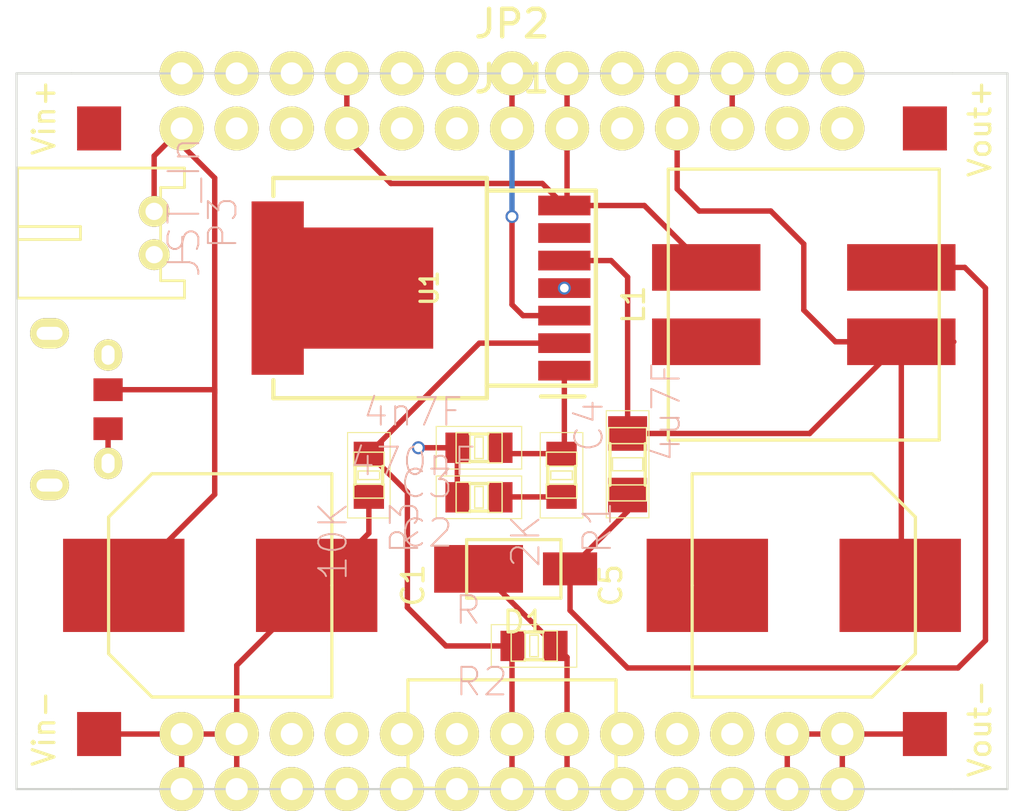
<source format=kicad_pcb>
(kicad_pcb (version 4) (host pcbnew "(2015-06-26 BZR 5832)-product")

  (general
    (links 63)
    (no_connects 23)
    (area 82.960429 82.6802 139.146524 124.3706)
    (thickness 1.6)
    (drawings 16)
    (tracks 92)
    (zones 0)
    (modules 49)
    (nets 33)
  )

  (page A4)
  (layers
    (0 F.Cu signal)
    (31 B.Cu signal)
    (32 B.Adhes user)
    (33 F.Adhes user)
    (34 B.Paste user)
    (35 F.Paste user)
    (36 B.SilkS user)
    (37 F.SilkS user)
    (38 B.Mask user)
    (39 F.Mask user)
    (40 Dwgs.User user)
    (41 Cmts.User user)
    (42 Eco1.User user)
    (43 Eco2.User user)
    (44 Edge.Cuts user)
    (45 Margin user)
    (46 B.CrtYd user)
    (47 F.CrtYd user)
    (48 B.Fab user)
    (49 F.Fab user)
  )

  (setup
    (last_trace_width 0.25)
    (trace_clearance 0.2)
    (zone_clearance 0.508)
    (zone_45_only no)
    (trace_min 0.2)
    (segment_width 0.2)
    (edge_width 0.1)
    (via_size 0.6)
    (via_drill 0.4)
    (via_min_size 0.4)
    (via_min_drill 0.3)
    (uvia_size 0.3)
    (uvia_drill 0.1)
    (uvias_allowed no)
    (uvia_min_size 0.2)
    (uvia_min_drill 0.1)
    (pcb_text_width 0.3)
    (pcb_text_size 1.5 1.5)
    (mod_edge_width 0.15)
    (mod_text_size 1 1)
    (mod_text_width 0.15)
    (pad_size 2.032 2.032)
    (pad_drill 1.016)
    (pad_to_mask_clearance 0)
    (aux_axis_origin 0 0)
    (visible_elements FFFFFF7F)
    (pcbplotparams
      (layerselection 0x00030_80000001)
      (usegerberextensions false)
      (excludeedgelayer true)
      (linewidth 0.100000)
      (plotframeref false)
      (viasonmask false)
      (mode 1)
      (useauxorigin false)
      (hpglpennumber 1)
      (hpglpenspeed 20)
      (hpglpendiameter 15)
      (hpglpenoverlay 2)
      (psnegative false)
      (psa4output false)
      (plotreference true)
      (plotvalue true)
      (plotinvisibletext false)
      (padsonsilk false)
      (subtractmaskfromsilk false)
      (outputformat 1)
      (mirror false)
      (drillshape 1)
      (scaleselection 1)
      (outputdirectory ""))
  )

  (net 0 "")
  (net 1 "Net-(500K1-Pad1)")
  (net 2 "Net-(500K1-Pad2)")
  (net 3 "Net-(500K1-Pad3)")
  (net 4 "Net-(C1-Pad1)")
  (net 5 GND)
  (net 6 "Net-(C2-Pad1)")
  (net 7 "Net-(C3-Pad1)")
  (net 8 "Net-(C4-Pad1)")
  (net 9 "Net-(C4-Pad2)")
  (net 10 "Net-(JP1-Pad2)")
  (net 11 "Net-(P11-Pad1)")
  (net 12 "Net-(U1-Pad6)")
  (net 13 "Net-(JP1-Pad3)")
  (net 14 "Net-(JP1-Pad1)")
  (net 15 "Net-(JP2-Pad1)")
  (net 16 "Net-(500K2-Pad3)")
  (net 17 "Net-(P30-Pad1)")
  (net 18 "Net-(P30-Pad2)")
  (net 19 "Net-(P30-Pad3)")
  (net 20 "Net-(P30-Pad4)")
  (net 21 "Net-(P30-Pad5)")
  (net 22 "Net-(P30-Pad6)")
  (net 23 "Net-(P31-Pad1)")
  (net 24 "Net-(P31-Pad2)")
  (net 25 "Net-(P31-Pad3)")
  (net 26 "Net-(P31-Pad4)")
  (net 27 "Net-(P31-Pad5)")
  (net 28 "Net-(P31-Pad6)")
  (net 29 "Net-(P32-Pad1)")
  (net 30 "Net-(P32-Pad2)")
  (net 31 "Net-(P33-Pad1)")
  (net 32 "Net-(P33-Pad2)")

  (net_class Default "This is the default net class."
    (clearance 0.2)
    (trace_width 0.25)
    (via_dia 0.6)
    (via_drill 0.4)
    (uvia_dia 0.3)
    (uvia_drill 0.1)
    (add_net GND)
    (add_net "Net-(500K1-Pad1)")
    (add_net "Net-(500K1-Pad2)")
    (add_net "Net-(500K1-Pad3)")
    (add_net "Net-(500K2-Pad3)")
    (add_net "Net-(C1-Pad1)")
    (add_net "Net-(C2-Pad1)")
    (add_net "Net-(C3-Pad1)")
    (add_net "Net-(C4-Pad1)")
    (add_net "Net-(C4-Pad2)")
    (add_net "Net-(JP1-Pad1)")
    (add_net "Net-(JP1-Pad2)")
    (add_net "Net-(JP1-Pad3)")
    (add_net "Net-(JP2-Pad1)")
    (add_net "Net-(P11-Pad1)")
    (add_net "Net-(P30-Pad1)")
    (add_net "Net-(P30-Pad2)")
    (add_net "Net-(P30-Pad3)")
    (add_net "Net-(P30-Pad4)")
    (add_net "Net-(P30-Pad5)")
    (add_net "Net-(P30-Pad6)")
    (add_net "Net-(P31-Pad1)")
    (add_net "Net-(P31-Pad2)")
    (add_net "Net-(P31-Pad3)")
    (add_net "Net-(P31-Pad4)")
    (add_net "Net-(P31-Pad5)")
    (add_net "Net-(P31-Pad6)")
    (add_net "Net-(P32-Pad1)")
    (add_net "Net-(P32-Pad2)")
    (add_net "Net-(P33-Pad1)")
    (add_net "Net-(P33-Pad2)")
    (add_net "Net-(U1-Pad6)")
  )

  (module frep:USB_Micro_Load (layer F.Cu) (tedit 569104E9) (tstamp 56946208)
    (at 92.964 101.854 270)
    (path /5690024D)
    (fp_text reference CON1 (at 0 -4.95 270) (layer F.SilkS) hide
      (effects (font (size 1 1) (thickness 0.15)))
    )
    (fp_text value USB-MICRO-LOAD (at 0.05 2.8 270) (layer F.SilkS) hide
      (effects (font (size 1 1) (thickness 0.15)))
    )
    (pad 4 thru_hole oval (at 2.5 -2.7 270) (size 1.45 1.3) (drill oval 0.9 0.6) (layers *.Cu *.Mask F.SilkS)
      (net 5 GND))
    (pad 3 thru_hole oval (at -2.5 -2.7 270) (size 1.45 1.3) (drill oval 0.9 0.6) (layers *.Cu *.Mask F.SilkS)
      (net 5 GND))
    (pad 2 smd rect (at 0.9 -2.7 270) (size 1.05 1.35) (layers F.Cu F.Paste F.Mask)
      (net 5 GND))
    (pad 1 smd rect (at -0.9 -2.7 270) (size 1.05 1.35) (layers F.Cu F.Paste F.Mask)
      (net 4 "Net-(C1-Pad1)"))
    (pad 6 thru_hole oval (at 3.5 0 270) (size 1.4 1.8) (drill oval 0.6 1.2) (layers *.Cu *.Mask F.SilkS)
      (net 5 GND))
    (pad 5 thru_hole oval (at -3.5 0 270) (size 1.4 1.8) (drill oval 0.6 1.2) (layers *.Cu *.Mask F.SilkS)
      (net 5 GND))
  )

  (module frep:Trimmer (layer F.Cu) (tedit 56902D3C) (tstamp 569D20C7)
    (at 114.3 119.38 180)
    (descr "1 pin")
    (tags "CONN DEV")
    (path /56906635)
    (fp_text reference 500K2 (at 0 -3.8 180) (layer F.SilkS) hide
      (effects (font (size 1.27 1.27) (thickness 0.2032)))
    )
    (fp_text value POT (at 0 3.9 180) (layer F.SilkS) hide
      (effects (font (size 1.27 1.27) (thickness 0.2032)))
    )
    (pad 1 thru_hole circle (at -2.54 0 180) (size 2.032 2.032) (drill 1.016) (layers *.Cu *.Mask F.SilkS)
      (net 1 "Net-(500K1-Pad1)"))
    (pad 2 thru_hole circle (at 0 0 180) (size 2.032 2.032) (drill 1.016) (layers *.Cu *.Mask F.SilkS)
      (net 2 "Net-(500K1-Pad2)"))
    (pad 3 thru_hole circle (at 2.54 0 180) (size 2.032 2.032) (drill 1.016) (layers *.Cu *.Mask F.SilkS)
      (net 16 "Net-(500K2-Pad3)"))
    (model Pin_Headers/Pin_Header_Straight_1x03.wrl
      (at (xyz 0 0 0))
      (scale (xyz 1 1 1))
      (rotate (xyz 0 0 0))
    )
  )

  (module frep:Trimmer (layer F.Cu) (tedit 56902D67) (tstamp 568C12B1)
    (at 114.3 116.84 180)
    (descr "1 pin")
    (tags "CONN DEV")
    (path /55EA1D69)
    (fp_text reference 500K1 (at 0 -3.8 180) (layer F.SilkS) hide
      (effects (font (size 1.27 1.27) (thickness 0.2032)))
    )
    (fp_text value POT (at 0 3.9 180) (layer F.SilkS) hide
      (effects (font (size 1.27 1.27) (thickness 0.2032)))
    )
    (fp_line (start 4.8 2.5) (end 4.8 0) (layer F.SilkS) (width 0.15))
    (fp_line (start 4.8 0) (end 4.8 -2.5) (layer F.SilkS) (width 0.15))
    (fp_line (start 4.8 -2.5) (end -4.8 -2.5) (layer F.SilkS) (width 0.15))
    (fp_line (start -4.8 -2.5) (end -4.8 2.5) (layer F.SilkS) (width 0.15))
    (fp_line (start -4.8 2.5) (end 4.8 2.5) (layer F.SilkS) (width 0.15))
    (pad 1 thru_hole circle (at -2.54 0 180) (size 2.032 2.032) (drill 1.016) (layers *.Cu *.Mask F.SilkS)
      (net 1 "Net-(500K1-Pad1)"))
    (pad 2 thru_hole circle (at 0 0 180) (size 2.032 2.032) (drill 1.016) (layers *.Cu *.Mask F.SilkS)
      (net 2 "Net-(500K1-Pad2)"))
    (pad 3 thru_hole circle (at 2.54 0 180) (size 2.032 2.032) (drill 1.016) (layers *.Cu *.Mask F.SilkS)
      (net 3 "Net-(500K1-Pad3)"))
    (model Pin_Headers/Pin_Header_Straight_1x03.wrl
      (at (xyz 0 0 0))
      (scale (xyz 1 1 1))
      (rotate (xyz 0 0 0))
    )
  )

  (module frep:Pin_Proto_Straight_1x03 (layer F.Cu) (tedit 56902F86) (tstamp 568D808C)
    (at 114.3 88.9)
    (descr "1 pin")
    (tags "CONN DEV")
    (path /568D7241)
    (fp_text reference JP1 (at 0 -2.286) (layer F.SilkS)
      (effects (font (size 1.27 1.27) (thickness 0.2032)))
    )
    (fp_text value JUMPER3 (at 0 0) (layer F.SilkS) hide
      (effects (font (size 1.27 1.27) (thickness 0.2032)))
    )
    (pad 1 thru_hole circle (at -2.54 0) (size 2.032 2.032) (drill 1.016) (layers *.Cu *.Mask F.SilkS)
      (net 14 "Net-(JP1-Pad1)"))
    (pad 2 thru_hole circle (at 0 0) (size 2.032 2.032) (drill 1.016) (layers *.Cu *.Mask F.SilkS)
      (net 10 "Net-(JP1-Pad2)"))
    (pad 3 thru_hole circle (at 2.54 0) (size 2.032 2.032) (drill 1.016) (layers *.Cu *.Mask F.SilkS)
      (net 13 "Net-(JP1-Pad3)"))
    (model Pin_Headers/Pin_Header_Straight_1x03.wrl
      (at (xyz 0 0 0))
      (scale (xyz 1 1 1))
      (rotate (xyz 0 0 0))
    )
  )

  (module frep:Cap_Nichicon (layer F.Cu) (tedit 56910505) (tstamp 568C12B7)
    (at 100.838 109.982 90)
    (path /55E5C0E0)
    (fp_text reference C1 (at 0 8.9 90) (layer F.SilkS)
      (effects (font (size 1 1) (thickness 0.15)))
    )
    (fp_text value 100uF (at 0.1 -8.8 90) (layer F.Fab) hide
      (effects (font (size 1 1) (thickness 0.15)))
    )
    (fp_line (start 0 5.15) (end -5.15 5.15) (layer F.SilkS) (width 0.15))
    (fp_line (start -5.15 5.15) (end -5.15 -3.15) (layer F.SilkS) (width 0.15))
    (fp_line (start -5.15 -3.15) (end -3.15 -5.15) (layer F.SilkS) (width 0.15))
    (fp_line (start -3.15 -5.15) (end 3.15 -5.15) (layer F.SilkS) (width 0.15))
    (fp_line (start 3.15 -5.15) (end 5.15 -3.15) (layer F.SilkS) (width 0.15))
    (fp_line (start 5.15 -3.15) (end 5.15 5.15) (layer F.SilkS) (width 0.15))
    (fp_line (start 5.15 5.15) (end 0 5.15) (layer F.SilkS) (width 0.15))
    (pad 1 smd rect (at 0 -4.45 90) (size 4.3 5.6) (layers F.Cu F.Paste F.Mask)
      (net 4 "Net-(C1-Pad1)"))
    (pad 2 smd rect (at 0 4.45 90) (size 4.3 5.6) (layers F.Cu F.Paste F.Mask)
      (net 5 GND))
  )

  (module frep:C0805 (layer F.Cu) (tedit 0) (tstamp 568C12BD)
    (at 112.776 105.918 180)
    (descr RESISTOR)
    (tags RESISTOR)
    (path /55E5C14B)
    (attr smd)
    (fp_text reference C2 (at 2.413 -1.651 180) (layer B.SilkS)
      (effects (font (size 1.27 1.27) (thickness 0.0889)))
    )
    (fp_text value 470nF (at 3.048 1.651 180) (layer B.SilkS)
      (effects (font (size 1.27 1.27) (thickness 0.0889)))
    )
    (fp_line (start 0.4064 0.6985) (end 1.0541 0.6985) (layer F.SilkS) (width 0.06604))
    (fp_line (start 1.0541 0.6985) (end 1.0541 -0.70104) (layer F.SilkS) (width 0.06604))
    (fp_line (start 0.4064 -0.70104) (end 1.0541 -0.70104) (layer F.SilkS) (width 0.06604))
    (fp_line (start 0.4064 0.6985) (end 0.4064 -0.70104) (layer F.SilkS) (width 0.06604))
    (fp_line (start -1.0668 0.6985) (end -0.41656 0.6985) (layer F.SilkS) (width 0.06604))
    (fp_line (start -0.41656 0.6985) (end -0.41656 -0.70104) (layer F.SilkS) (width 0.06604))
    (fp_line (start -1.0668 -0.70104) (end -0.41656 -0.70104) (layer F.SilkS) (width 0.06604))
    (fp_line (start -1.0668 0.6985) (end -1.0668 -0.70104) (layer F.SilkS) (width 0.06604))
    (fp_line (start -0.19812 0.49784) (end 0.19812 0.49784) (layer F.SilkS) (width 0.06604))
    (fp_line (start 0.19812 0.49784) (end 0.19812 -0.49784) (layer F.SilkS) (width 0.06604))
    (fp_line (start -0.19812 -0.49784) (end 0.19812 -0.49784) (layer F.SilkS) (width 0.06604))
    (fp_line (start -0.19812 0.49784) (end -0.19812 -0.49784) (layer F.SilkS) (width 0.06604))
    (fp_line (start -0.40894 -0.635) (end 0.40894 -0.635) (layer F.SilkS) (width 0.1524))
    (fp_line (start -0.40894 0.635) (end 0.40894 0.635) (layer F.SilkS) (width 0.1524))
    (fp_line (start -1.97104 -0.98298) (end 1.97104 -0.98298) (layer F.SilkS) (width 0.0508))
    (fp_line (start 1.97104 -0.98298) (end 1.97104 0.98298) (layer F.SilkS) (width 0.0508))
    (fp_line (start 1.97104 0.98298) (end -1.97104 0.98298) (layer F.SilkS) (width 0.0508))
    (fp_line (start -1.97104 0.98298) (end -1.97104 -0.98298) (layer F.SilkS) (width 0.0508))
    (pad 1 smd rect (at -0.99822 0 180) (size 1.09982 1.39954) (layers F.Cu F.Paste F.Mask)
      (net 6 "Net-(C2-Pad1)"))
    (pad 2 smd rect (at 0.99822 0 180) (size 1.09982 1.39954) (layers F.Cu F.Paste F.Mask)
      (net 5 GND))
  )

  (module frep:C0805 (layer F.Cu) (tedit 0) (tstamp 568C12C3)
    (at 112.776 103.632 180)
    (descr RESISTOR)
    (tags RESISTOR)
    (path /55E5C1E5)
    (attr smd)
    (fp_text reference C3 (at 2.413 -1.651 180) (layer B.SilkS)
      (effects (font (size 1.27 1.27) (thickness 0.0889)))
    )
    (fp_text value 4n7F (at 3.048 1.651 180) (layer B.SilkS)
      (effects (font (size 1.27 1.27) (thickness 0.0889)))
    )
    (fp_line (start 0.4064 0.6985) (end 1.0541 0.6985) (layer F.SilkS) (width 0.06604))
    (fp_line (start 1.0541 0.6985) (end 1.0541 -0.70104) (layer F.SilkS) (width 0.06604))
    (fp_line (start 0.4064 -0.70104) (end 1.0541 -0.70104) (layer F.SilkS) (width 0.06604))
    (fp_line (start 0.4064 0.6985) (end 0.4064 -0.70104) (layer F.SilkS) (width 0.06604))
    (fp_line (start -1.0668 0.6985) (end -0.41656 0.6985) (layer F.SilkS) (width 0.06604))
    (fp_line (start -0.41656 0.6985) (end -0.41656 -0.70104) (layer F.SilkS) (width 0.06604))
    (fp_line (start -1.0668 -0.70104) (end -0.41656 -0.70104) (layer F.SilkS) (width 0.06604))
    (fp_line (start -1.0668 0.6985) (end -1.0668 -0.70104) (layer F.SilkS) (width 0.06604))
    (fp_line (start -0.19812 0.49784) (end 0.19812 0.49784) (layer F.SilkS) (width 0.06604))
    (fp_line (start 0.19812 0.49784) (end 0.19812 -0.49784) (layer F.SilkS) (width 0.06604))
    (fp_line (start -0.19812 -0.49784) (end 0.19812 -0.49784) (layer F.SilkS) (width 0.06604))
    (fp_line (start -0.19812 0.49784) (end -0.19812 -0.49784) (layer F.SilkS) (width 0.06604))
    (fp_line (start -0.40894 -0.635) (end 0.40894 -0.635) (layer F.SilkS) (width 0.1524))
    (fp_line (start -0.40894 0.635) (end 0.40894 0.635) (layer F.SilkS) (width 0.1524))
    (fp_line (start -1.97104 -0.98298) (end 1.97104 -0.98298) (layer F.SilkS) (width 0.0508))
    (fp_line (start 1.97104 -0.98298) (end 1.97104 0.98298) (layer F.SilkS) (width 0.0508))
    (fp_line (start 1.97104 0.98298) (end -1.97104 0.98298) (layer F.SilkS) (width 0.0508))
    (fp_line (start -1.97104 0.98298) (end -1.97104 -0.98298) (layer F.SilkS) (width 0.0508))
    (pad 1 smd rect (at -0.99822 0 180) (size 1.09982 1.39954) (layers F.Cu F.Paste F.Mask)
      (net 7 "Net-(C3-Pad1)"))
    (pad 2 smd rect (at 0.99822 0 180) (size 1.09982 1.39954) (layers F.Cu F.Paste F.Mask)
      (net 5 GND))
  )

  (module frep:R1206 (layer F.Cu) (tedit 0) (tstamp 568C12C9)
    (at 119.634 104.394 90)
    (descr RESISTOR)
    (tags RESISTOR)
    (path /55E5C17C)
    (attr smd)
    (fp_text reference C4 (at 1.778 -1.778 90) (layer B.SilkS)
      (effects (font (size 1.27 1.27) (thickness 0.0889)))
    )
    (fp_text value 4u7F (at 2.413 1.778 90) (layer B.SilkS)
      (effects (font (size 1.27 1.27) (thickness 0.0889)))
    )
    (fp_line (start -1.6891 0.8763) (end -0.9525 0.8763) (layer F.SilkS) (width 0.06604))
    (fp_line (start -0.9525 0.8763) (end -0.9525 -0.8763) (layer F.SilkS) (width 0.06604))
    (fp_line (start -1.6891 -0.8763) (end -0.9525 -0.8763) (layer F.SilkS) (width 0.06604))
    (fp_line (start -1.6891 0.8763) (end -1.6891 -0.8763) (layer F.SilkS) (width 0.06604))
    (fp_line (start 0.9525 0.8763) (end 1.6891 0.8763) (layer F.SilkS) (width 0.06604))
    (fp_line (start 1.6891 0.8763) (end 1.6891 -0.8763) (layer F.SilkS) (width 0.06604))
    (fp_line (start 0.9525 -0.8763) (end 1.6891 -0.8763) (layer F.SilkS) (width 0.06604))
    (fp_line (start 0.9525 0.8763) (end 0.9525 -0.8763) (layer F.SilkS) (width 0.06604))
    (fp_line (start -0.29972 0.6985) (end 0.29972 0.6985) (layer F.SilkS) (width 0.06604))
    (fp_line (start 0.29972 0.6985) (end 0.29972 -0.6985) (layer F.SilkS) (width 0.06604))
    (fp_line (start -0.29972 -0.6985) (end 0.29972 -0.6985) (layer F.SilkS) (width 0.06604))
    (fp_line (start -0.29972 0.6985) (end -0.29972 -0.6985) (layer F.SilkS) (width 0.06604))
    (fp_line (start 0.9525 0.8128) (end -0.9652 0.8128) (layer F.SilkS) (width 0.1524))
    (fp_line (start 0.9525 -0.8128) (end -0.9652 -0.8128) (layer F.SilkS) (width 0.1524))
    (fp_line (start -2.47142 -0.98298) (end 2.47142 -0.98298) (layer F.SilkS) (width 0.0508))
    (fp_line (start 2.47142 -0.98298) (end 2.47142 0.98298) (layer F.SilkS) (width 0.0508))
    (fp_line (start 2.47142 0.98298) (end -2.47142 0.98298) (layer F.SilkS) (width 0.0508))
    (fp_line (start -2.47142 0.98298) (end -2.47142 -0.98298) (layer F.SilkS) (width 0.0508))
    (pad 1 smd rect (at -1.41986 0 90) (size 1.59766 1.80086) (layers F.Cu F.Paste F.Mask)
      (net 8 "Net-(C4-Pad1)"))
    (pad 2 smd rect (at 1.41986 0 90) (size 1.59766 1.80086) (layers F.Cu F.Paste F.Mask)
      (net 9 "Net-(C4-Pad2)"))
  )

  (module frep:Cap_Nichicon (layer F.Cu) (tedit 569108CE) (tstamp 568C12CF)
    (at 127.762 109.982 270)
    (path /55EA3021)
    (fp_text reference C5 (at 0 8.9 270) (layer F.SilkS)
      (effects (font (size 1 1) (thickness 0.15)))
    )
    (fp_text value 100uF (at 0.1 -8.8 270) (layer F.Fab) hide
      (effects (font (size 1 1) (thickness 0.15)))
    )
    (fp_line (start 0 5.15) (end -5.15 5.15) (layer F.SilkS) (width 0.15))
    (fp_line (start -5.15 5.15) (end -5.15 -3.15) (layer F.SilkS) (width 0.15))
    (fp_line (start -5.15 -3.15) (end -3.15 -5.15) (layer F.SilkS) (width 0.15))
    (fp_line (start -3.15 -5.15) (end 3.15 -5.15) (layer F.SilkS) (width 0.15))
    (fp_line (start 3.15 -5.15) (end 5.15 -3.15) (layer F.SilkS) (width 0.15))
    (fp_line (start 5.15 -3.15) (end 5.15 5.15) (layer F.SilkS) (width 0.15))
    (fp_line (start 5.15 5.15) (end 0 5.15) (layer F.SilkS) (width 0.15))
    (pad 1 smd rect (at 0 -4.45 270) (size 4.3 5.6) (layers F.Cu F.Paste F.Mask)
      (net 9 "Net-(C4-Pad2)"))
    (pad 2 smd rect (at 0 4.45 270) (size 4.3 5.6) (layers F.Cu F.Paste F.Mask)
      (net 5 GND))
  )

  (module frep:DO-221BC (layer F.Cu) (tedit 569108D5) (tstamp 568C12E2)
    (at 114.808 109.22)
    (path /55E5C3D8)
    (fp_text reference D1 (at 0.05 2.45) (layer F.SilkS)
      (effects (font (size 1 1) (thickness 0.15)))
    )
    (fp_text value V8PAN50-M3 (at 0 -2.3) (layer F.Fab) hide
      (effects (font (size 1 1) (thickness 0.15)))
    )
    (fp_line (start -2.5 1.35) (end -2.6 1.35) (layer F.SilkS) (width 0.15))
    (fp_line (start -2.6 1.35) (end -2.6 -1.35) (layer F.SilkS) (width 0.15))
    (fp_line (start -2.6 -1.35) (end 1.75 -1.35) (layer F.SilkS) (width 0.15))
    (fp_line (start 1.75 -1.35) (end 1.75 1.35) (layer F.SilkS) (width 0.15))
    (fp_line (start 1.75 1.35) (end -2.55 1.35) (layer F.SilkS) (width 0.15))
    (pad 1 smd rect (at 2.17 0) (size 2.5 1.52) (layers F.Cu F.Paste F.Mask)
      (net 8 "Net-(C4-Pad1)"))
    (pad 2 smd rect (at -2.05 0) (size 4.1 2.2) (layers F.Cu F.Paste F.Mask)
      (net 1 "Net-(500K1-Pad1)"))
  )

  (module frep:InductorsCoupled (layer F.Cu) (tedit 5691090E) (tstamp 568C12F0)
    (at 127.762 97.028 270)
    (path /55E85F67)
    (fp_text reference L1 (at 0 7.85 270) (layer F.SilkS)
      (effects (font (size 1 1) (thickness 0.15)))
    )
    (fp_text value 22uH (at 0 -7.9 270) (layer F.Fab) hide
      (effects (font (size 1 1) (thickness 0.15)))
    )
    (fp_line (start 6.25 -6.25) (end -6.25 -6.25) (layer F.SilkS) (width 0.15))
    (fp_line (start -6.25 -6.25) (end -6.25 6.25) (layer F.SilkS) (width 0.15))
    (fp_line (start -6.25 6.25) (end 6.25 6.25) (layer F.SilkS) (width 0.15))
    (fp_line (start 6.25 6.25) (end 6.25 -6.25) (layer F.SilkS) (width 0.15))
    (pad 1 smd rect (at 1.715 -4.5 270) (size 2.15 5) (layers F.Cu F.Paste F.Mask)
      (net 9 "Net-(C4-Pad2)"))
    (pad 2 smd rect (at -1.715 -4.5 270) (size 2.15 5) (layers F.Cu F.Paste F.Mask)
      (net 8 "Net-(C4-Pad1)"))
    (pad 3 smd rect (at -1.715 4.5 270) (size 2.15 5) (layers F.Cu F.Paste F.Mask)
      (net 13 "Net-(JP1-Pad3)"))
    (pad 4 smd rect (at 1.715 4.5 270) (size 2.15 5) (layers F.Cu F.Paste F.Mask)
      (net 5 GND))
  )

  (module frep:Pin_Proto_Straight_1x01 (layer F.Cu) (tedit 56910877) (tstamp 568C12FA)
    (at 99.06 116.84)
    (descr "1 pin")
    (tags "CONN DEV")
    (path /55E86C63)
    (fp_text reference P2 (at 0 -2.286) (layer F.SilkS) hide
      (effects (font (size 1.27 1.27) (thickness 0.2032)))
    )
    (fp_text value GND (at 0 0) (layer F.SilkS) hide
      (effects (font (size 1.27 1.27) (thickness 0.2032)))
    )
    (pad 1 thru_hole circle (at 0 0) (size 2.032 2.032) (drill 1.016) (layers *.Cu *.Mask F.SilkS)
      (net 5 GND))
    (model Pin_Headers/Pin_Header_Straight_1x01.wrl
      (at (xyz 0 0 0))
      (scale (xyz 1 1 1))
      (rotate (xyz 0 0 0))
    )
  )

  (module frep:JST-PH-2-THM-RA (layer F.Cu) (tedit 55EDE04C) (tstamp 568C1300)
    (at 97.79 93.726 90)
    (descr S2B-PH-K-S)
    (tags S2B-PH-K-S)
    (path /55E5C565)
    (attr virtual)
    (fp_text reference P3 (at 0.47498 3.16484 90) (layer B.SilkS)
      (effects (font (size 1.27 1.27) (thickness 0.0889)))
    )
    (fp_text value JST_In (at 1.19634 1.3843 90) (layer B.SilkS)
      (effects (font (size 1.4224 1.4224) (thickness 0.0889)))
    )
    (fp_line (start -2.99974 -6.2992) (end 2.99974 -6.2992) (layer F.SilkS) (width 0.127))
    (fp_line (start 2.99974 -6.2992) (end 2.99974 1.39954) (layer F.SilkS) (width 0.127))
    (fp_line (start -2.99974 1.39954) (end -2.99974 -6.2992) (layer F.SilkS) (width 0.127))
    (fp_line (start -2.19964 1.39954) (end -2.99974 1.39954) (layer F.SilkS) (width 0.127))
    (fp_line (start 2.99974 1.39954) (end 2.19964 1.39954) (layer F.SilkS) (width 0.127))
    (fp_line (start -2.19964 1.39954) (end -2.19964 0.29972) (layer F.SilkS) (width 0.127))
    (fp_line (start -2.19964 0.29972) (end 2.09804 0.29972) (layer F.SilkS) (width 0.127))
    (fp_line (start 2.09804 0.29972) (end 2.09804 1.39954) (layer F.SilkS) (width 0.127))
    (fp_line (start 2.09804 1.39954) (end 2.19964 1.39954) (layer F.SilkS) (width 0.127))
    (fp_line (start -0.29972 -6.2992) (end -0.29972 -3.39852) (layer F.SilkS) (width 0.127))
    (fp_line (start -0.29972 -3.39852) (end 0.29972 -3.39852) (layer F.SilkS) (width 0.127))
    (fp_line (start 0.29972 -3.39852) (end 0.29972 -6.2992) (layer F.SilkS) (width 0.127))
    (fp_text user - (at -0.71628 1.18364 90) (layer B.SilkS)
      (effects (font (size 1.4224 1.4224) (thickness 0.0889)))
    )
    (pad 2 thru_hole circle (at 0.99822 0 90) (size 1.4224 1.4224) (drill 0.79756) (layers *.Cu F.Paste F.SilkS F.Mask)
      (net 4 "Net-(C1-Pad1)"))
    (pad 1 thru_hole circle (at -0.99822 0 90) (size 1.4224 1.4224) (drill 0.79756) (layers *.Cu F.Paste F.SilkS F.Mask)
      (net 5 GND))
  )

  (module frep:Pin_Proto_Straight_1x01 (layer F.Cu) (tedit 5691094D) (tstamp 568C130A)
    (at 104.14 88.9)
    (descr "1 pin")
    (tags "CONN DEV")
    (path /55EAD541)
    (fp_text reference P5 (at 0 -2.286) (layer F.SilkS) hide
      (effects (font (size 1.27 1.27) (thickness 0.2032)))
    )
    (fp_text value V_in+ (at 0 0) (layer F.SilkS) hide
      (effects (font (size 1.27 1.27) (thickness 0.2032)))
    )
    (pad 1 thru_hole circle (at 0 0) (size 2.032 2.032) (drill 1.016) (layers *.Cu *.Mask F.SilkS)
      (net 4 "Net-(C1-Pad1)"))
    (model Pin_Headers/Pin_Header_Straight_1x01.wrl
      (at (xyz 0 0 0))
      (scale (xyz 1 1 1))
      (rotate (xyz 0 0 0))
    )
  )

  (module frep:Pin_Proto_Straight_1x01 (layer F.Cu) (tedit 56910956) (tstamp 568C130F)
    (at 106.68 88.9)
    (descr "1 pin")
    (tags "CONN DEV")
    (path /55EAD5A6)
    (fp_text reference P6 (at 0 -2.286) (layer F.SilkS) hide
      (effects (font (size 1.27 1.27) (thickness 0.2032)))
    )
    (fp_text value V_in- (at 0 0) (layer F.SilkS) hide
      (effects (font (size 1.27 1.27) (thickness 0.2032)))
    )
    (pad 1 thru_hole circle (at 0 0) (size 2.032 2.032) (drill 1.016) (layers *.Cu *.Mask F.SilkS)
      (net 13 "Net-(JP1-Pad3)"))
    (model Pin_Headers/Pin_Header_Straight_1x01.wrl
      (at (xyz 0 0 0))
      (scale (xyz 1 1 1))
      (rotate (xyz 0 0 0))
    )
  )

  (module frep:Pin_Proto_Straight_1x01 (layer F.Cu) (tedit 56910998) (tstamp 568C1323)
    (at 121.92 88.9)
    (descr "1 pin")
    (tags "CONN DEV")
    (path /55EAD60A)
    (fp_text reference P10 (at 0 -2.286) (layer F.SilkS) hide
      (effects (font (size 1.27 1.27) (thickness 0.2032)))
    )
    (fp_text value V_out+ (at 0 0) (layer F.SilkS) hide
      (effects (font (size 1.27 1.27) (thickness 0.2032)))
    )
    (pad 1 thru_hole circle (at 0 0) (size 2.032 2.032) (drill 1.016) (layers *.Cu *.Mask F.SilkS)
      (net 9 "Net-(C4-Pad2)"))
    (model Pin_Headers/Pin_Header_Straight_1x01.wrl
      (at (xyz 0 0 0))
      (scale (xyz 1 1 1))
      (rotate (xyz 0 0 0))
    )
  )

  (module frep:Pin_Proto_Straight_1x01 (layer F.Cu) (tedit 569109A1) (tstamp 568C1328)
    (at 124.46 88.9)
    (descr "1 pin")
    (tags "CONN DEV")
    (path /55EAD688)
    (fp_text reference P11 (at 0 -2.286) (layer F.SilkS) hide
      (effects (font (size 1.27 1.27) (thickness 0.2032)))
    )
    (fp_text value V_out- (at 0 0) (layer F.SilkS) hide
      (effects (font (size 1.27 1.27) (thickness 0.2032)))
    )
    (pad 1 thru_hole circle (at 0 0) (size 2.032 2.032) (drill 1.016) (layers *.Cu *.Mask F.SilkS)
      (net 11 "Net-(P11-Pad1)"))
    (model Pin_Headers/Pin_Header_Straight_1x01.wrl
      (at (xyz 0 0 0))
      (scale (xyz 1 1 1))
      (rotate (xyz 0 0 0))
    )
  )

  (module frep:R0805 (layer F.Cu) (tedit 0) (tstamp 568C1347)
    (at 116.586 104.902 270)
    (descr RESISTOR)
    (tags RESISTOR)
    (path /55E5C20B)
    (attr smd)
    (fp_text reference R1 (at 2.413 -1.651 270) (layer B.SilkS)
      (effects (font (size 1.27 1.27) (thickness 0.0889)))
    )
    (fp_text value 2K (at 3.048 1.651 270) (layer B.SilkS)
      (effects (font (size 1.27 1.27) (thickness 0.0889)))
    )
    (fp_line (start 0.4064 0.6985) (end 1.0541 0.6985) (layer F.SilkS) (width 0.06604))
    (fp_line (start 1.0541 0.6985) (end 1.0541 -0.70104) (layer F.SilkS) (width 0.06604))
    (fp_line (start 0.4064 -0.70104) (end 1.0541 -0.70104) (layer F.SilkS) (width 0.06604))
    (fp_line (start 0.4064 0.6985) (end 0.4064 -0.70104) (layer F.SilkS) (width 0.06604))
    (fp_line (start -1.0668 0.6985) (end -0.41656 0.6985) (layer F.SilkS) (width 0.06604))
    (fp_line (start -0.41656 0.6985) (end -0.41656 -0.70104) (layer F.SilkS) (width 0.06604))
    (fp_line (start -1.0668 -0.70104) (end -0.41656 -0.70104) (layer F.SilkS) (width 0.06604))
    (fp_line (start -1.0668 0.6985) (end -1.0668 -0.70104) (layer F.SilkS) (width 0.06604))
    (fp_line (start -0.19812 0.49784) (end 0.19812 0.49784) (layer F.SilkS) (width 0.06604))
    (fp_line (start 0.19812 0.49784) (end 0.19812 -0.49784) (layer F.SilkS) (width 0.06604))
    (fp_line (start -0.19812 -0.49784) (end 0.19812 -0.49784) (layer F.SilkS) (width 0.06604))
    (fp_line (start -0.19812 0.49784) (end -0.19812 -0.49784) (layer F.SilkS) (width 0.06604))
    (fp_line (start -0.40894 -0.635) (end 0.40894 -0.635) (layer F.SilkS) (width 0.1524))
    (fp_line (start -0.40894 0.635) (end 0.40894 0.635) (layer F.SilkS) (width 0.1524))
    (fp_line (start -1.97104 -0.98298) (end 1.97104 -0.98298) (layer F.SilkS) (width 0.0508))
    (fp_line (start 1.97104 -0.98298) (end 1.97104 0.98298) (layer F.SilkS) (width 0.0508))
    (fp_line (start 1.97104 0.98298) (end -1.97104 0.98298) (layer F.SilkS) (width 0.0508))
    (fp_line (start -1.97104 0.98298) (end -1.97104 -0.98298) (layer F.SilkS) (width 0.0508))
    (pad 1 smd rect (at -0.99822 0 270) (size 1.09982 1.39954) (layers F.Cu F.Paste F.Mask)
      (net 7 "Net-(C3-Pad1)"))
    (pad 2 smd rect (at 0.99822 0 270) (size 1.09982 1.39954) (layers F.Cu F.Paste F.Mask)
      (net 6 "Net-(C2-Pad1)"))
  )

  (module frep:R0805 (layer F.Cu) (tedit 0) (tstamp 568C134D)
    (at 115.316 112.776 180)
    (descr RESISTOR)
    (tags RESISTOR)
    (path /55E5C269)
    (attr smd)
    (fp_text reference R2 (at 2.413 -1.651 180) (layer B.SilkS)
      (effects (font (size 1.27 1.27) (thickness 0.0889)))
    )
    (fp_text value R (at 3.048 1.651 180) (layer B.SilkS)
      (effects (font (size 1.27 1.27) (thickness 0.0889)))
    )
    (fp_line (start 0.4064 0.6985) (end 1.0541 0.6985) (layer F.SilkS) (width 0.06604))
    (fp_line (start 1.0541 0.6985) (end 1.0541 -0.70104) (layer F.SilkS) (width 0.06604))
    (fp_line (start 0.4064 -0.70104) (end 1.0541 -0.70104) (layer F.SilkS) (width 0.06604))
    (fp_line (start 0.4064 0.6985) (end 0.4064 -0.70104) (layer F.SilkS) (width 0.06604))
    (fp_line (start -1.0668 0.6985) (end -0.41656 0.6985) (layer F.SilkS) (width 0.06604))
    (fp_line (start -0.41656 0.6985) (end -0.41656 -0.70104) (layer F.SilkS) (width 0.06604))
    (fp_line (start -1.0668 -0.70104) (end -0.41656 -0.70104) (layer F.SilkS) (width 0.06604))
    (fp_line (start -1.0668 0.6985) (end -1.0668 -0.70104) (layer F.SilkS) (width 0.06604))
    (fp_line (start -0.19812 0.49784) (end 0.19812 0.49784) (layer F.SilkS) (width 0.06604))
    (fp_line (start 0.19812 0.49784) (end 0.19812 -0.49784) (layer F.SilkS) (width 0.06604))
    (fp_line (start -0.19812 -0.49784) (end 0.19812 -0.49784) (layer F.SilkS) (width 0.06604))
    (fp_line (start -0.19812 0.49784) (end -0.19812 -0.49784) (layer F.SilkS) (width 0.06604))
    (fp_line (start -0.40894 -0.635) (end 0.40894 -0.635) (layer F.SilkS) (width 0.1524))
    (fp_line (start -0.40894 0.635) (end 0.40894 0.635) (layer F.SilkS) (width 0.1524))
    (fp_line (start -1.97104 -0.98298) (end 1.97104 -0.98298) (layer F.SilkS) (width 0.0508))
    (fp_line (start 1.97104 -0.98298) (end 1.97104 0.98298) (layer F.SilkS) (width 0.0508))
    (fp_line (start 1.97104 0.98298) (end -1.97104 0.98298) (layer F.SilkS) (width 0.0508))
    (fp_line (start -1.97104 0.98298) (end -1.97104 -0.98298) (layer F.SilkS) (width 0.0508))
    (pad 1 smd rect (at -0.99822 0 180) (size 1.09982 1.39954) (layers F.Cu F.Paste F.Mask)
      (net 1 "Net-(500K1-Pad1)"))
    (pad 2 smd rect (at 0.99822 0 180) (size 1.09982 1.39954) (layers F.Cu F.Paste F.Mask)
      (net 2 "Net-(500K1-Pad2)"))
  )

  (module frep:R0805 (layer F.Cu) (tedit 0) (tstamp 568C1353)
    (at 107.696 104.902 270)
    (descr RESISTOR)
    (tags RESISTOR)
    (path /55E5C2B0)
    (attr smd)
    (fp_text reference R3 (at 2.413 -1.651 270) (layer B.SilkS)
      (effects (font (size 1.27 1.27) (thickness 0.0889)))
    )
    (fp_text value 10K (at 3.048 1.651 270) (layer B.SilkS)
      (effects (font (size 1.27 1.27) (thickness 0.0889)))
    )
    (fp_line (start 0.4064 0.6985) (end 1.0541 0.6985) (layer F.SilkS) (width 0.06604))
    (fp_line (start 1.0541 0.6985) (end 1.0541 -0.70104) (layer F.SilkS) (width 0.06604))
    (fp_line (start 0.4064 -0.70104) (end 1.0541 -0.70104) (layer F.SilkS) (width 0.06604))
    (fp_line (start 0.4064 0.6985) (end 0.4064 -0.70104) (layer F.SilkS) (width 0.06604))
    (fp_line (start -1.0668 0.6985) (end -0.41656 0.6985) (layer F.SilkS) (width 0.06604))
    (fp_line (start -0.41656 0.6985) (end -0.41656 -0.70104) (layer F.SilkS) (width 0.06604))
    (fp_line (start -1.0668 -0.70104) (end -0.41656 -0.70104) (layer F.SilkS) (width 0.06604))
    (fp_line (start -1.0668 0.6985) (end -1.0668 -0.70104) (layer F.SilkS) (width 0.06604))
    (fp_line (start -0.19812 0.49784) (end 0.19812 0.49784) (layer F.SilkS) (width 0.06604))
    (fp_line (start 0.19812 0.49784) (end 0.19812 -0.49784) (layer F.SilkS) (width 0.06604))
    (fp_line (start -0.19812 -0.49784) (end 0.19812 -0.49784) (layer F.SilkS) (width 0.06604))
    (fp_line (start -0.19812 0.49784) (end -0.19812 -0.49784) (layer F.SilkS) (width 0.06604))
    (fp_line (start -0.40894 -0.635) (end 0.40894 -0.635) (layer F.SilkS) (width 0.1524))
    (fp_line (start -0.40894 0.635) (end 0.40894 0.635) (layer F.SilkS) (width 0.1524))
    (fp_line (start -1.97104 -0.98298) (end 1.97104 -0.98298) (layer F.SilkS) (width 0.0508))
    (fp_line (start 1.97104 -0.98298) (end 1.97104 0.98298) (layer F.SilkS) (width 0.0508))
    (fp_line (start 1.97104 0.98298) (end -1.97104 0.98298) (layer F.SilkS) (width 0.0508))
    (fp_line (start -1.97104 0.98298) (end -1.97104 -0.98298) (layer F.SilkS) (width 0.0508))
    (pad 1 smd rect (at -0.99822 0 270) (size 1.09982 1.39954) (layers F.Cu F.Paste F.Mask)
      (net 2 "Net-(500K1-Pad2)"))
    (pad 2 smd rect (at 0.99822 0 270) (size 1.09982 1.39954) (layers F.Cu F.Paste F.Mask)
      (net 5 GND))
  )

  (module frep:TO-263-7 (layer F.Cu) (tedit 5529E1F2) (tstamp 568C136C)
    (at 110.49 96.266 90)
    (path /55E9EB78)
    (fp_text reference U1 (at 0 0 90) (layer F.SilkS)
      (effects (font (size 0.8 0.8) (thickness 0.15)))
    )
    (fp_text value LT1370 (at 0 0 90) (layer F.Fab)
      (effects (font (size 0.8 0.8) (thickness 0.15)))
    )
    (fp_line (start 4.25 -7.45) (end 4.25 -8.5) (layer F.CrtYd) (width 0.2))
    (fp_line (start 4.25 -8.5) (end -4.25 -8.5) (layer F.CrtYd) (width 0.2))
    (fp_line (start -4.25 -8.5) (end -4.25 -7.45) (layer F.CrtYd) (width 0.2))
    (fp_line (start 4.25 -7.45) (end 5.33 -7.45) (layer F.CrtYd) (width 0.2))
    (fp_line (start -5.33 -7.45) (end -4.25 -7.45) (layer F.CrtYd) (width 0.2))
    (fp_line (start 4.25 -7.2) (end 5.08 -7.2) (layer F.SilkS) (width 0.2))
    (fp_line (start -5 7.15) (end -5 5.15) (layer F.SilkS) (width 0.2))
    (fp_line (start -4.5 2.65) (end -4.5 7.68) (layer F.SilkS) (width 0.2))
    (fp_line (start -4.5 7.68) (end 4.5 7.68) (layer F.SilkS) (width 0.2))
    (fp_line (start 4.5 7.68) (end 4.5 2.65) (layer F.SilkS) (width 0.2))
    (fp_line (start 5.08 -7.2) (end 5.08 2.65) (layer F.SilkS) (width 0.2))
    (fp_line (start 5.08 2.65) (end -5.08 2.65) (layer F.SilkS) (width 0.2))
    (fp_line (start -5.08 2.65) (end -5.08 -7.2) (layer F.SilkS) (width 0.2))
    (fp_line (start -5.08 -7.2) (end -4.25 -7.2) (layer F.SilkS) (width 0.2))
    (fp_line (start 5.33 -7.45) (end 5.33 7.68) (layer F.CrtYd) (width 0.2))
    (fp_line (start 5.33 7.68) (end -5.33 7.68) (layer F.CrtYd) (width 0.2))
    (fp_line (start -5.33 7.68) (end -5.33 -7.45) (layer F.CrtYd) (width 0.2))
    (fp_line (start -5.08 -7.2) (end 5.08 -7.2) (layer F.Fab) (width 0.2))
    (fp_line (start 5.08 -7.2) (end 5.08 2.65) (layer F.Fab) (width 0.2))
    (fp_line (start 5.08 2.65) (end -5.08 2.65) (layer F.Fab) (width 0.2))
    (fp_line (start -5.08 2.65) (end -5.08 -7.2) (layer F.Fab) (width 0.2))
    (pad 8 smd rect (at 0 -3 90) (size 5.59 6.35) (layers F.Cu F.Paste F.Mask)
      (net 5 GND))
    (pad 1 smd rect (at -3.81 6.225 90) (size 0.91 2.41) (layers F.Cu F.Paste F.Mask)
      (net 7 "Net-(C3-Pad1)"))
    (pad 2 smd rect (at -2.54 6.225 90) (size 0.91 2.41) (layers F.Cu F.Paste F.Mask)
      (net 2 "Net-(500K1-Pad2)"))
    (pad 3 smd rect (at -1.27 6.225 90) (size 0.91 2.41) (layers F.Cu F.Paste F.Mask)
      (net 10 "Net-(JP1-Pad2)"))
    (pad 4 smd rect (at 0 6.225 90) (size 0.91 2.41) (layers F.Cu F.Paste F.Mask)
      (net 5 GND))
    (pad 5 smd rect (at 1.27 6.225 90) (size 0.91 2.41) (layers F.Cu F.Paste F.Mask)
      (net 9 "Net-(C4-Pad2)"))
    (pad 6 smd rect (at 2.54 6.225 90) (size 0.91 2.41) (layers F.Cu F.Paste F.Mask)
      (net 12 "Net-(U1-Pad6)"))
    (pad 7 smd rect (at 3.81 6.225 90) (size 0.91 2.41) (layers F.Cu F.Paste F.Mask)
      (net 13 "Net-(JP1-Pad3)"))
    (pad 8 smd rect (at 0 -7 90) (size 8 2.41) (layers F.Cu F.Paste F.Mask)
      (net 5 GND))
    (model smd_trans/d2-pak-7.wrl
      (at (xyz 0 0 0))
      (scale (xyz 1 1 1))
      (rotate (xyz 0 0 0))
    )
  )

  (module frep:Pin_Proto_Straight_1x03 (layer F.Cu) (tedit 56902F7F) (tstamp 569AEF70)
    (at 114.3 86.36)
    (descr "1 pin")
    (tags "CONN DEV")
    (path /569041F7)
    (fp_text reference JP2 (at 0 -2.286) (layer F.SilkS)
      (effects (font (size 1.27 1.27) (thickness 0.2032)))
    )
    (fp_text value JUMPER3 (at 0 0) (layer F.SilkS) hide
      (effects (font (size 1.27 1.27) (thickness 0.2032)))
    )
    (pad 1 thru_hole circle (at -2.54 0) (size 2.032 2.032) (drill 1.016) (layers *.Cu *.Mask F.SilkS)
      (net 15 "Net-(JP2-Pad1)"))
    (pad 2 thru_hole circle (at 0 0) (size 2.032 2.032) (drill 1.016) (layers *.Cu *.Mask F.SilkS)
      (net 10 "Net-(JP1-Pad2)"))
    (pad 3 thru_hole circle (at 2.54 0) (size 2.032 2.032) (drill 1.016) (layers *.Cu *.Mask F.SilkS)
      (net 13 "Net-(JP1-Pad3)"))
    (model Pin_Headers/Pin_Header_Straight_1x03.wrl
      (at (xyz 0 0 0))
      (scale (xyz 1 1 1))
      (rotate (xyz 0 0 0))
    )
  )

  (module frep:SMD_SOLDERPOINT (layer F.Cu) (tedit 56910926) (tstamp 569AEF71)
    (at 95.25 88.9)
    (path /55E5C52C)
    (fp_text reference P1 (at 0 2.55) (layer F.SilkS) hide
      (effects (font (size 1 1) (thickness 0.15)))
    )
    (fp_text value V_in+ (at 0 -2.55) (layer F.Fab) hide
      (effects (font (size 1 1) (thickness 0.15)))
    )
    (pad 1 smd rect (at 0 0) (size 2.032 2.032) (layers F.Cu F.Paste F.Mask)
      (net 4 "Net-(C1-Pad1)"))
  )

  (module frep:Pin_Proto_Straight_1x01 (layer F.Cu) (tedit 5691093B) (tstamp 569AEF79)
    (at 99.06 88.9)
    (descr "1 pin")
    (tags "CONN DEV")
    (path /5690215E)
    (fp_text reference P4 (at 0 -2.286) (layer F.SilkS) hide
      (effects (font (size 1.27 1.27) (thickness 0.2032)))
    )
    (fp_text value V_in+ (at 0 0) (layer F.SilkS) hide
      (effects (font (size 1.27 1.27) (thickness 0.2032)))
    )
    (pad 1 thru_hole circle (at 0 0) (size 2.032 2.032) (drill 1.016) (layers *.Cu *.Mask F.SilkS)
      (net 4 "Net-(C1-Pad1)"))
    (model Pin_Headers/Pin_Header_Straight_1x01.wrl
      (at (xyz 0 0 0))
      (scale (xyz 1 1 1))
      (rotate (xyz 0 0 0))
    )
  )

  (module frep:Pin_Proto_Straight_1x01 (layer F.Cu) (tedit 56910945) (tstamp 569AEF7E)
    (at 101.6 88.9)
    (descr "1 pin")
    (tags "CONN DEV")
    (path /56901F77)
    (fp_text reference P7 (at 0 -2.286) (layer F.SilkS) hide
      (effects (font (size 1.27 1.27) (thickness 0.2032)))
    )
    (fp_text value V_in+ (at 0 0) (layer F.SilkS) hide
      (effects (font (size 1.27 1.27) (thickness 0.2032)))
    )
    (pad 1 thru_hole circle (at 0 0) (size 2.032 2.032) (drill 1.016) (layers *.Cu *.Mask F.SilkS)
      (net 4 "Net-(C1-Pad1)"))
    (model Pin_Headers/Pin_Header_Straight_1x01.wrl
      (at (xyz 0 0 0))
      (scale (xyz 1 1 1))
      (rotate (xyz 0 0 0))
    )
  )

  (module frep:SMD_SOLDERPOINT (layer F.Cu) (tedit 5691091A) (tstamp 569AEF7F)
    (at 133.35 88.9)
    (path /55E875C6)
    (fp_text reference P8 (at 0 2.55) (layer F.SilkS) hide
      (effects (font (size 1 1) (thickness 0.15)))
    )
    (fp_text value V_out+ (at 0 -2.55) (layer F.Fab) hide
      (effects (font (size 1 1) (thickness 0.15)))
    )
    (pad 1 smd rect (at 0 0) (size 2.032 2.032) (layers F.Cu F.Paste F.Mask)
      (net 11 "Net-(P11-Pad1)"))
  )

  (module frep:SMD_SOLDERPOINT (layer F.Cu) (tedit 569108B9) (tstamp 569AEF83)
    (at 133.35 116.84)
    (path /55E87638)
    (fp_text reference P9 (at 0 2.55) (layer F.SilkS) hide
      (effects (font (size 1 1) (thickness 0.15)))
    )
    (fp_text value GND (at 0 -2.55) (layer F.Fab) hide
      (effects (font (size 1 1) (thickness 0.15)))
    )
    (pad 1 smd rect (at 0 0) (size 2.032 2.032) (layers F.Cu F.Paste F.Mask)
      (net 5 GND))
  )

  (module frep:Pin_Proto_Straight_1x01 (layer F.Cu) (tedit 5691087D) (tstamp 569AEF8B)
    (at 101.6 116.84)
    (descr "1 pin")
    (tags "CONN DEV")
    (path /569022AB)
    (fp_text reference P12 (at 0 -2.286) (layer F.SilkS) hide
      (effects (font (size 1.27 1.27) (thickness 0.2032)))
    )
    (fp_text value GND (at 0 0) (layer F.SilkS) hide
      (effects (font (size 1.27 1.27) (thickness 0.2032)))
    )
    (pad 1 thru_hole circle (at 0 0) (size 2.032 2.032) (drill 1.016) (layers *.Cu *.Mask F.SilkS)
      (net 5 GND))
    (model Pin_Headers/Pin_Header_Straight_1x01.wrl
      (at (xyz 0 0 0))
      (scale (xyz 1 1 1))
      (rotate (xyz 0 0 0))
    )
  )

  (module frep:Pin_Proto_Straight_1x01 (layer F.Cu) (tedit 56910881) (tstamp 569AEF90)
    (at 101.6 119.38)
    (descr "1 pin")
    (tags "CONN DEV")
    (path /56902317)
    (fp_text reference P13 (at 0 -2.286) (layer F.SilkS) hide
      (effects (font (size 1.27 1.27) (thickness 0.2032)))
    )
    (fp_text value GND (at 0 0) (layer F.SilkS) hide
      (effects (font (size 1.27 1.27) (thickness 0.2032)))
    )
    (pad 1 thru_hole circle (at 0 0) (size 2.032 2.032) (drill 1.016) (layers *.Cu *.Mask F.SilkS)
      (net 5 GND))
    (model Pin_Headers/Pin_Header_Straight_1x01.wrl
      (at (xyz 0 0 0))
      (scale (xyz 1 1 1))
      (rotate (xyz 0 0 0))
    )
  )

  (module frep:SMD_SOLDERPOINT (layer F.Cu) (tedit 56910869) (tstamp 569AEF95)
    (at 95.25 116.84)
    (path /56902388)
    (fp_text reference P14 (at 0 2.55) (layer F.SilkS) hide
      (effects (font (size 1 1) (thickness 0.15)))
    )
    (fp_text value GND (at 0 -2.55) (layer F.Fab) hide
      (effects (font (size 1 1) (thickness 0.15)))
    )
    (pad 1 smd rect (at 0 0) (size 2.032 2.032) (layers F.Cu F.Paste F.Mask)
      (net 5 GND))
  )

  (module frep:Pin_Proto_Straight_1x01 (layer F.Cu) (tedit 5691092F) (tstamp 569AEF9A)
    (at 99.06 86.36)
    (descr "1 pin")
    (tags "CONN DEV")
    (path /56902242)
    (fp_text reference P15 (at 0 -2.286) (layer F.SilkS) hide
      (effects (font (size 1.27 1.27) (thickness 0.2032)))
    )
    (fp_text value V_in+ (at 0 0) (layer F.SilkS) hide
      (effects (font (size 1.27 1.27) (thickness 0.2032)))
    )
    (pad 1 thru_hole circle (at 0 0) (size 2.032 2.032) (drill 1.016) (layers *.Cu *.Mask F.SilkS)
      (net 4 "Net-(C1-Pad1)"))
    (model Pin_Headers/Pin_Header_Straight_1x01.wrl
      (at (xyz 0 0 0))
      (scale (xyz 1 1 1))
      (rotate (xyz 0 0 0))
    )
  )

  (module frep:Pin_Proto_Straight_1x01 (layer F.Cu) (tedit 5691093F) (tstamp 569AEF9F)
    (at 101.6 86.36)
    (descr "1 pin")
    (tags "CONN DEV")
    (path /569021DC)
    (fp_text reference P16 (at 0 -2.286) (layer F.SilkS) hide
      (effects (font (size 1.27 1.27) (thickness 0.2032)))
    )
    (fp_text value V_in+ (at 0 0) (layer F.SilkS) hide
      (effects (font (size 1.27 1.27) (thickness 0.2032)))
    )
    (pad 1 thru_hole circle (at 0 0) (size 2.032 2.032) (drill 1.016) (layers *.Cu *.Mask F.SilkS)
      (net 4 "Net-(C1-Pad1)"))
    (model Pin_Headers/Pin_Header_Straight_1x01.wrl
      (at (xyz 0 0 0))
      (scale (xyz 1 1 1))
      (rotate (xyz 0 0 0))
    )
  )

  (module frep:Pin_Proto_Straight_1x01 (layer F.Cu) (tedit 569108A1) (tstamp 569AEFA4)
    (at 127 116.84)
    (descr "1 pin")
    (tags "CONN DEV")
    (path /56901FDC)
    (fp_text reference P17 (at 0 -2.286) (layer F.SilkS) hide
      (effects (font (size 1.27 1.27) (thickness 0.2032)))
    )
    (fp_text value GND (at 0 0) (layer F.SilkS) hide
      (effects (font (size 1.27 1.27) (thickness 0.2032)))
    )
    (pad 1 thru_hole circle (at 0 0) (size 2.032 2.032) (drill 1.016) (layers *.Cu *.Mask F.SilkS)
      (net 5 GND))
    (model Pin_Headers/Pin_Header_Straight_1x01.wrl
      (at (xyz 0 0 0))
      (scale (xyz 1 1 1))
      (rotate (xyz 0 0 0))
    )
  )

  (module frep:Pin_Proto_Straight_1x01 (layer F.Cu) (tedit 56910949) (tstamp 569AEFA9)
    (at 104.14 86.36)
    (descr "1 pin")
    (tags "CONN DEV")
    (path /569030B0)
    (fp_text reference P18 (at 0 -2.286) (layer F.SilkS) hide
      (effects (font (size 1.27 1.27) (thickness 0.2032)))
    )
    (fp_text value V_in+ (at 0 0) (layer F.SilkS) hide
      (effects (font (size 1.27 1.27) (thickness 0.2032)))
    )
    (pad 1 thru_hole circle (at 0 0) (size 2.032 2.032) (drill 1.016) (layers *.Cu *.Mask F.SilkS)
      (net 4 "Net-(C1-Pad1)"))
    (model Pin_Headers/Pin_Header_Straight_1x01.wrl
      (at (xyz 0 0 0))
      (scale (xyz 1 1 1))
      (rotate (xyz 0 0 0))
    )
  )

  (module frep:Pin_Proto_Straight_1x01 (layer F.Cu) (tedit 56910951) (tstamp 569AEFAE)
    (at 106.68 86.36)
    (descr "1 pin")
    (tags "CONN DEV")
    (path /56903148)
    (fp_text reference P19 (at 0 -2.286) (layer F.SilkS) hide
      (effects (font (size 1.27 1.27) (thickness 0.2032)))
    )
    (fp_text value V_in- (at 0 0) (layer F.SilkS) hide
      (effects (font (size 1.27 1.27) (thickness 0.2032)))
    )
    (pad 1 thru_hole circle (at 0 0) (size 2.032 2.032) (drill 1.016) (layers *.Cu *.Mask F.SilkS)
      (net 13 "Net-(JP1-Pad3)"))
    (model Pin_Headers/Pin_Header_Straight_1x01.wrl
      (at (xyz 0 0 0))
      (scale (xyz 1 1 1))
      (rotate (xyz 0 0 0))
    )
  )

  (module frep:Pin_Proto_Straight_1x01 (layer F.Cu) (tedit 56910992) (tstamp 569AEFB3)
    (at 121.92 86.36)
    (descr "1 pin")
    (tags "CONN DEV")
    (path /56904661)
    (fp_text reference P20 (at 0 -2.286) (layer F.SilkS) hide
      (effects (font (size 1.27 1.27) (thickness 0.2032)))
    )
    (fp_text value V_out+ (at 0 0) (layer F.SilkS) hide
      (effects (font (size 1.27 1.27) (thickness 0.2032)))
    )
    (pad 1 thru_hole circle (at 0 0) (size 2.032 2.032) (drill 1.016) (layers *.Cu *.Mask F.SilkS)
      (net 9 "Net-(C4-Pad2)"))
    (model Pin_Headers/Pin_Header_Straight_1x01.wrl
      (at (xyz 0 0 0))
      (scale (xyz 1 1 1))
      (rotate (xyz 0 0 0))
    )
  )

  (module frep:Pin_Proto_Straight_1x01 (layer F.Cu) (tedit 569109A5) (tstamp 569AEFB8)
    (at 127 86.36)
    (descr "1 pin")
    (tags "CONN DEV")
    (path /5690476A)
    (fp_text reference P21 (at 0 -2.286) (layer F.SilkS) hide
      (effects (font (size 1.27 1.27) (thickness 0.2032)))
    )
    (fp_text value V_out- (at 0 0) (layer F.SilkS) hide
      (effects (font (size 1.27 1.27) (thickness 0.2032)))
    )
    (pad 1 thru_hole circle (at 0 0) (size 2.032 2.032) (drill 1.016) (layers *.Cu *.Mask F.SilkS)
      (net 11 "Net-(P11-Pad1)"))
    (model Pin_Headers/Pin_Header_Straight_1x01.wrl
      (at (xyz 0 0 0))
      (scale (xyz 1 1 1))
      (rotate (xyz 0 0 0))
    )
  )

  (module frep:Pin_Proto_Straight_1x01 (layer F.Cu) (tedit 569109AF) (tstamp 569AEFBD)
    (at 129.54 86.36)
    (descr "1 pin")
    (tags "CONN DEV")
    (path /56904B29)
    (fp_text reference P22 (at 0 -2.286) (layer F.SilkS) hide
      (effects (font (size 1.27 1.27) (thickness 0.2032)))
    )
    (fp_text value V_out+ (at 0 0) (layer F.SilkS) hide
      (effects (font (size 1.27 1.27) (thickness 0.2032)))
    )
    (pad 1 thru_hole circle (at 0 0) (size 2.032 2.032) (drill 1.016) (layers *.Cu *.Mask F.SilkS)
      (net 11 "Net-(P11-Pad1)"))
    (model Pin_Headers/Pin_Header_Straight_1x01.wrl
      (at (xyz 0 0 0))
      (scale (xyz 1 1 1))
      (rotate (xyz 0 0 0))
    )
  )

  (module frep:Pin_Proto_Straight_1x01 (layer F.Cu) (tedit 5691099B) (tstamp 569AEFC2)
    (at 124.46 86.36)
    (descr "1 pin")
    (tags "CONN DEV")
    (path /56904A9C)
    (fp_text reference P23 (at 0 -2.286) (layer F.SilkS) hide
      (effects (font (size 1.27 1.27) (thickness 0.2032)))
    )
    (fp_text value V_out+ (at 0 0) (layer F.SilkS) hide
      (effects (font (size 1.27 1.27) (thickness 0.2032)))
    )
    (pad 1 thru_hole circle (at 0 0) (size 2.032 2.032) (drill 1.016) (layers *.Cu *.Mask F.SilkS)
      (net 11 "Net-(P11-Pad1)"))
    (model Pin_Headers/Pin_Header_Straight_1x01.wrl
      (at (xyz 0 0 0))
      (scale (xyz 1 1 1))
      (rotate (xyz 0 0 0))
    )
  )

  (module frep:Pin_Proto_Straight_1x01 (layer F.Cu) (tedit 569108AA) (tstamp 569AEFC7)
    (at 129.54 119.38)
    (descr "1 pin")
    (tags "CONN DEV")
    (path /56905387)
    (fp_text reference P24 (at 0 -2.286) (layer F.SilkS) hide
      (effects (font (size 1.27 1.27) (thickness 0.2032)))
    )
    (fp_text value GND (at 0 0) (layer F.SilkS) hide
      (effects (font (size 1.27 1.27) (thickness 0.2032)))
    )
    (pad 1 thru_hole circle (at 0 0) (size 2.032 2.032) (drill 1.016) (layers *.Cu *.Mask F.SilkS)
      (net 5 GND))
    (model Pin_Headers/Pin_Header_Straight_1x01.wrl
      (at (xyz 0 0 0))
      (scale (xyz 1 1 1))
      (rotate (xyz 0 0 0))
    )
  )

  (module frep:Pin_Proto_Straight_1x01 (layer F.Cu) (tedit 569108A6) (tstamp 569AEFCC)
    (at 127 119.38)
    (descr "1 pin")
    (tags "CONN DEV")
    (path /56905425)
    (fp_text reference P25 (at 0 -2.286) (layer F.SilkS) hide
      (effects (font (size 1.27 1.27) (thickness 0.2032)))
    )
    (fp_text value GND (at 0 0) (layer F.SilkS) hide
      (effects (font (size 1.27 1.27) (thickness 0.2032)))
    )
    (pad 1 thru_hole circle (at 0 0) (size 2.032 2.032) (drill 1.016) (layers *.Cu *.Mask F.SilkS)
      (net 5 GND))
    (model Pin_Headers/Pin_Header_Straight_1x01.wrl
      (at (xyz 0 0 0))
      (scale (xyz 1 1 1))
      (rotate (xyz 0 0 0))
    )
  )

  (module frep:Pin_Proto_Straight_1x01 (layer F.Cu) (tedit 569109B4) (tstamp 569AEFD1)
    (at 129.54 88.9)
    (descr "1 pin")
    (tags "CONN DEV")
    (path /56904CF9)
    (fp_text reference P26 (at 0 -2.286) (layer F.SilkS) hide
      (effects (font (size 1.27 1.27) (thickness 0.2032)))
    )
    (fp_text value V_out+ (at 0 0) (layer F.SilkS) hide
      (effects (font (size 1.27 1.27) (thickness 0.2032)))
    )
    (pad 1 thru_hole circle (at 0 0) (size 2.032 2.032) (drill 1.016) (layers *.Cu *.Mask F.SilkS)
      (net 11 "Net-(P11-Pad1)"))
    (model Pin_Headers/Pin_Header_Straight_1x01.wrl
      (at (xyz 0 0 0))
      (scale (xyz 1 1 1))
      (rotate (xyz 0 0 0))
    )
  )

  (module frep:Pin_Proto_Straight_1x01 (layer F.Cu) (tedit 569109AB) (tstamp 569AEFD6)
    (at 127 88.9)
    (descr "1 pin")
    (tags "CONN DEV")
    (path /56904C65)
    (fp_text reference P27 (at 0 -2.286) (layer F.SilkS) hide
      (effects (font (size 1.27 1.27) (thickness 0.2032)))
    )
    (fp_text value V_out+ (at 0 0) (layer F.SilkS) hide
      (effects (font (size 1.27 1.27) (thickness 0.2032)))
    )
    (pad 1 thru_hole circle (at 0 0) (size 2.032 2.032) (drill 1.016) (layers *.Cu *.Mask F.SilkS)
      (net 11 "Net-(P11-Pad1)"))
    (model Pin_Headers/Pin_Header_Straight_1x01.wrl
      (at (xyz 0 0 0))
      (scale (xyz 1 1 1))
      (rotate (xyz 0 0 0))
    )
  )

  (module frep:Pin_Proto_Straight_1x01 (layer F.Cu) (tedit 56910871) (tstamp 569AEFDB)
    (at 99.06 119.38)
    (descr "1 pin")
    (tags "CONN DEV")
    (path /569052F4)
    (fp_text reference P28 (at 0 -2.286) (layer F.SilkS) hide
      (effects (font (size 1.27 1.27) (thickness 0.2032)))
    )
    (fp_text value GND (at 0 0) (layer F.SilkS) hide
      (effects (font (size 1.27 1.27) (thickness 0.2032)))
    )
    (pad 1 thru_hole circle (at 0 0) (size 2.032 2.032) (drill 1.016) (layers *.Cu *.Mask F.SilkS)
      (net 5 GND))
    (model Pin_Headers/Pin_Header_Straight_1x01.wrl
      (at (xyz 0 0 0))
      (scale (xyz 1 1 1))
      (rotate (xyz 0 0 0))
    )
  )

  (module frep:Pin_Proto_Straight_1x01 (layer F.Cu) (tedit 569108B0) (tstamp 569AEFE0)
    (at 129.54 116.84)
    (descr "1 pin")
    (tags "CONN DEV")
    (path /56905264)
    (fp_text reference P29 (at 0 -2.286) (layer F.SilkS) hide
      (effects (font (size 1.27 1.27) (thickness 0.2032)))
    )
    (fp_text value GND (at 0 0) (layer F.SilkS) hide
      (effects (font (size 1.27 1.27) (thickness 0.2032)))
    )
    (pad 1 thru_hole circle (at 0 0) (size 2.032 2.032) (drill 1.016) (layers *.Cu *.Mask F.SilkS)
      (net 5 GND))
    (model Pin_Headers/Pin_Header_Straight_1x01.wrl
      (at (xyz 0 0 0))
      (scale (xyz 1 1 1))
      (rotate (xyz 0 0 0))
    )
  )

  (module frep:Pin_Proto_Straight_2x03 (layer F.Cu) (tedit 56910888) (tstamp 569D20D1)
    (at 106.68 118.11)
    (descr "1 pin")
    (tags "CONN DEV")
    (path /569068CA)
    (fp_text reference P30 (at 0 -3.81) (layer F.SilkS) hide
      (effects (font (size 1.27 1.27) (thickness 0.2032)))
    )
    (fp_text value CONN_3X2 (at 0 0) (layer F.SilkS) hide
      (effects (font (size 1.27 1.27) (thickness 0.2032)))
    )
    (pad 1 thru_hole circle (at -2.54 1.27) (size 2.032 2.032) (drill 1.016) (layers *.Cu *.Mask F.SilkS)
      (net 17 "Net-(P30-Pad1)"))
    (pad 2 thru_hole circle (at -2.54 -1.27) (size 2.032 2.032) (drill 1.016) (layers *.Cu *.Mask F.SilkS)
      (net 18 "Net-(P30-Pad2)"))
    (pad 3 thru_hole circle (at 0 1.27) (size 2.032 2.032) (drill 1.016) (layers *.Cu *.Mask F.SilkS)
      (net 19 "Net-(P30-Pad3)"))
    (pad 4 thru_hole circle (at 0 -1.27) (size 2.032 2.032) (drill 1.016) (layers *.Cu *.Mask F.SilkS)
      (net 20 "Net-(P30-Pad4)"))
    (pad 5 thru_hole circle (at 2.54 1.27) (size 2.032 2.032) (drill 1.016) (layers *.Cu *.Mask F.SilkS)
      (net 21 "Net-(P30-Pad5)"))
    (pad 6 thru_hole circle (at 2.54 -1.27) (size 2.032 2.032) (drill 1.016) (layers *.Cu *.Mask F.SilkS)
      (net 22 "Net-(P30-Pad6)"))
    (model Pin_Headers/Pin_Header_Straight_2x03.wrl
      (at (xyz 0 0 0))
      (scale (xyz 1 1 1))
      (rotate (xyz 0 0 0))
    )
  )

  (module frep:Pin_Proto_Straight_2x03 (layer F.Cu) (tedit 5691089C) (tstamp 569D20DB)
    (at 121.92 118.11)
    (descr "1 pin")
    (tags "CONN DEV")
    (path /56906AF6)
    (fp_text reference P31 (at 0 -3.81) (layer F.SilkS) hide
      (effects (font (size 1.27 1.27) (thickness 0.2032)))
    )
    (fp_text value CONN_3X2 (at 0 0) (layer F.SilkS) hide
      (effects (font (size 1.27 1.27) (thickness 0.2032)))
    )
    (pad 1 thru_hole circle (at -2.54 1.27) (size 2.032 2.032) (drill 1.016) (layers *.Cu *.Mask F.SilkS)
      (net 23 "Net-(P31-Pad1)"))
    (pad 2 thru_hole circle (at -2.54 -1.27) (size 2.032 2.032) (drill 1.016) (layers *.Cu *.Mask F.SilkS)
      (net 24 "Net-(P31-Pad2)"))
    (pad 3 thru_hole circle (at 0 1.27) (size 2.032 2.032) (drill 1.016) (layers *.Cu *.Mask F.SilkS)
      (net 25 "Net-(P31-Pad3)"))
    (pad 4 thru_hole circle (at 0 -1.27) (size 2.032 2.032) (drill 1.016) (layers *.Cu *.Mask F.SilkS)
      (net 26 "Net-(P31-Pad4)"))
    (pad 5 thru_hole circle (at 2.54 1.27) (size 2.032 2.032) (drill 1.016) (layers *.Cu *.Mask F.SilkS)
      (net 27 "Net-(P31-Pad5)"))
    (pad 6 thru_hole circle (at 2.54 -1.27) (size 2.032 2.032) (drill 1.016) (layers *.Cu *.Mask F.SilkS)
      (net 28 "Net-(P31-Pad6)"))
    (model Pin_Headers/Pin_Header_Straight_2x03.wrl
      (at (xyz 0 0 0))
      (scale (xyz 1 1 1))
      (rotate (xyz 0 0 0))
    )
  )

  (module frep:Pin_Proto_Straight_1x02 (layer F.Cu) (tedit 5691098D) (tstamp 569F5185)
    (at 119.38 87.63 90)
    (descr "1 pin")
    (tags "CONN DEV")
    (path /5690721F)
    (fp_text reference P32 (at 0 -2.286 90) (layer F.SilkS) hide
      (effects (font (size 1.27 1.27) (thickness 0.2032)))
    )
    (fp_text value CONN_2 (at 0 0 90) (layer F.SilkS) hide
      (effects (font (size 1.27 1.27) (thickness 0.2032)))
    )
    (pad 1 thru_hole circle (at -1.27 0 90) (size 2.032 2.032) (drill 1.016) (layers *.Cu *.Mask F.SilkS)
      (net 29 "Net-(P32-Pad1)"))
    (pad 2 thru_hole oval (at 1.27 0 90) (size 2.032 2.032) (drill 1.016) (layers *.Cu *.Mask F.SilkS)
      (net 30 "Net-(P32-Pad2)"))
    (model Pin_Headers/Pin_Header_Straight_1x02.wrl
      (at (xyz 0 0 0))
      (scale (xyz 1 1 1))
      (rotate (xyz 0 0 0))
    )
  )

  (module frep:Pin_Proto_Straight_1x02 (layer F.Cu) (tedit 5691095A) (tstamp 569F518B)
    (at 109.22 87.63 90)
    (descr "1 pin")
    (tags "CONN DEV")
    (path /569072D4)
    (fp_text reference P33 (at 0 -2.286 90) (layer F.SilkS) hide
      (effects (font (size 1.27 1.27) (thickness 0.2032)))
    )
    (fp_text value CONN_2 (at 0 0 90) (layer F.SilkS) hide
      (effects (font (size 1.27 1.27) (thickness 0.2032)))
    )
    (pad 1 thru_hole circle (at -1.27 0 90) (size 2.032 2.032) (drill 1.016) (layers *.Cu *.Mask F.SilkS)
      (net 31 "Net-(P33-Pad1)"))
    (pad 2 thru_hole oval (at 1.27 0 90) (size 2.032 2.032) (drill 1.016) (layers *.Cu *.Mask F.SilkS)
      (net 32 "Net-(P33-Pad2)"))
    (model Pin_Headers/Pin_Header_Straight_1x02.wrl
      (at (xyz 0 0 0))
      (scale (xyz 1 1 1))
      (rotate (xyz 0 0 0))
    )
  )

  (gr_text Vout- (at 135.89 116.586 90) (layer F.SilkS)
    (effects (font (size 1 1) (thickness 0.15)))
  )
  (gr_text Vout+ (at 135.89 88.9 90) (layer F.SilkS)
    (effects (font (size 1 1) (thickness 0.15)))
  )
  (gr_text Vin- (at 92.71 116.586 90) (layer F.SilkS)
    (effects (font (size 1 1) (thickness 0.15)))
  )
  (gr_text Vin+ (at 92.71 88.392 90) (layer F.SilkS)
    (effects (font (size 1 1) (thickness 0.15)))
  )
  (gr_line (start 137.16 119.38) (end 137.16 116.84) (angle 90) (layer Edge.Cuts) (width 0.1))
  (gr_line (start 134.62 119.38) (end 137.16 119.38) (angle 90) (layer Edge.Cuts) (width 0.1))
  (gr_line (start 91.44 119.38) (end 93.98 119.38) (angle 90) (layer Edge.Cuts) (width 0.1))
  (gr_line (start 91.44 116.84) (end 91.44 119.38) (angle 90) (layer Edge.Cuts) (width 0.1))
  (gr_line (start 91.44 86.36) (end 93.98 86.36) (angle 90) (layer Edge.Cuts) (width 0.1))
  (gr_line (start 91.44 88.9) (end 91.44 86.36) (angle 90) (layer Edge.Cuts) (width 0.1))
  (gr_line (start 137.16 86.36) (end 134.62 86.36) (angle 90) (layer Edge.Cuts) (width 0.1))
  (gr_line (start 137.16 88.9) (end 137.16 86.36) (angle 90) (layer Edge.Cuts) (width 0.1))
  (gr_line (start 93.98 86.36) (end 134.62 86.36) (angle 90) (layer Edge.Cuts) (width 0.1))
  (gr_line (start 93.98 119.38) (end 134.62 119.38) (angle 90) (layer Edge.Cuts) (width 0.1))
  (gr_line (start 137.16 88.9) (end 137.16 116.84) (angle 90) (layer Edge.Cuts) (width 0.1))
  (gr_line (start 91.44 88.9) (end 91.44 116.84) (angle 90) (layer Edge.Cuts) (width 0.1))

  (segment (start 116.84 116.84) (end 116.84 113.30178) (width 0.25) (layer F.Cu) (net 1) (status C00000))
  (segment (start 116.84 113.30178) (end 112.75822 109.22) (width 0.25) (layer F.Cu) (net 1) (tstamp 569F55D9) (status C00000))
  (segment (start 112.75822 109.22) (end 112.758 109.22) (width 0.25) (layer F.Cu) (net 1) (tstamp 569F55DA) (status C00000))
  (segment (start 116.84 119.38) (end 116.84 116.84) (width 0.25) (layer F.Cu) (net 1))
  (segment (start 112.50422 109.47378) (end 112.758 109.22) (width 0.25) (layer F.Cu) (net 1) (tstamp 569F5212))
  (segment (start 114.31778 112.776) (end 111.252 112.776) (width 0.25) (layer F.Cu) (net 2) (status 400000))
  (segment (start 109.474 110.998) (end 109.474 105.68178) (width 0.25) (layer F.Cu) (net 2) (tstamp 569F5410))
  (segment (start 109.474 105.68178) (end 107.696 103.90378) (width 0.25) (layer F.Cu) (net 2) (tstamp 569F5412))
  (segment (start 111.252 112.776) (end 109.474 110.998) (width 0.25) (layer F.Cu) (net 2) (tstamp 569F55E0))
  (segment (start 114.3 116.84) (end 114.3 112.79378) (width 0.25) (layer F.Cu) (net 2) (status C00000))
  (segment (start 114.3 112.79378) (end 114.31778 112.776) (width 0.25) (layer F.Cu) (net 2) (tstamp 569F55DD) (status C00000))
  (segment (start 116.715 98.806) (end 112.79378 98.806) (width 0.25) (layer F.Cu) (net 2))
  (segment (start 112.79378 98.806) (end 107.696 103.90378) (width 0.25) (layer F.Cu) (net 2) (tstamp 569F5416))
  (segment (start 114.3 119.38) (end 114.3 116.84) (width 0.25) (layer F.Cu) (net 2))
  (segment (start 97.79 92.72778) (end 97.79 90.17) (width 0.25) (layer F.Cu) (net 4))
  (segment (start 97.79 90.17) (end 99.06 88.9) (width 0.25) (layer F.Cu) (net 4) (tstamp 569F54D6))
  (segment (start 95.664 100.954) (end 100.584 100.954) (width 0.25) (layer F.Cu) (net 4))
  (segment (start 100.584 100.954) (end 100.584 101.092) (width 0.25) (layer F.Cu) (net 4) (tstamp 569F54D1))
  (segment (start 99.06 88.9) (end 99.06 89.662) (width 0.25) (layer F.Cu) (net 4))
  (segment (start 99.06 89.662) (end 100.584 91.186) (width 0.25) (layer F.Cu) (net 4) (tstamp 569F54CA))
  (segment (start 100.584 91.186) (end 100.584 101.092) (width 0.25) (layer F.Cu) (net 4) (tstamp 569F54CB))
  (segment (start 100.584 101.092) (end 100.584 105.786) (width 0.25) (layer F.Cu) (net 4) (tstamp 569F54D4))
  (segment (start 100.584 105.786) (end 96.388 109.982) (width 0.25) (layer F.Cu) (net 4) (tstamp 569F54CD))
  (segment (start 129.54 116.84) (end 133.35 116.84) (width 0.25) (layer F.Cu) (net 5))
  (segment (start 127 116.84) (end 129.54 116.84) (width 0.25) (layer F.Cu) (net 5))
  (segment (start 127 119.38) (end 127 116.84) (width 0.25) (layer F.Cu) (net 5))
  (segment (start 129.54 119.38) (end 129.54 116.84) (width 0.25) (layer F.Cu) (net 5))
  (segment (start 99.06 116.84) (end 95.25 116.84) (width 0.25) (layer F.Cu) (net 5))
  (segment (start 101.6 116.84) (end 99.06 116.84) (width 0.25) (layer F.Cu) (net 5))
  (segment (start 99.06 119.38) (end 99.06 116.84) (width 0.25) (layer F.Cu) (net 5))
  (segment (start 101.6 119.38) (end 101.6 116.84) (width 0.25) (layer F.Cu) (net 5))
  (via (at 116.715 96.266) (size 0.6) (drill 0.4) (layers F.Cu B.Cu) (net 5))
  (segment (start 116.715 96.266) (end 116.713 96.266) (width 0.25) (layer B.Cu) (net 5) (tstamp 569F55A2))
  (segment (start 95.664 102.754) (end 95.664 104.354) (width 0.25) (layer F.Cu) (net 5))
  (segment (start 101.6 116.84) (end 101.6 113.67) (width 0.25) (layer F.Cu) (net 5))
  (segment (start 101.6 113.67) (end 105.288 109.982) (width 0.25) (layer F.Cu) (net 5) (tstamp 569F54E4))
  (segment (start 111.77778 103.632) (end 109.982 103.632) (width 0.25) (layer F.Cu) (net 5))
  (via (at 109.982 103.632) (size 0.6) (drill 0.4) (layers F.Cu B.Cu) (net 5))
  (segment (start 111.77778 105.918) (end 111.77778 103.632) (width 0.25) (layer F.Cu) (net 5))
  (segment (start 107.696 105.90022) (end 107.696 107.574) (width 0.25) (layer F.Cu) (net 5))
  (segment (start 107.696 107.574) (end 105.288 109.982) (width 0.25) (layer F.Cu) (net 5) (tstamp 569F54BF))
  (segment (start 116.586 105.90022) (end 113.792 105.90022) (width 0.25) (layer F.Cu) (net 6))
  (segment (start 113.792 105.90022) (end 113.77422 105.918) (width 0.25) (layer F.Cu) (net 6) (tstamp 569F541F))
  (segment (start 116.715 100.076) (end 116.715 103.77478) (width 0.25) (layer F.Cu) (net 7))
  (segment (start 116.715 103.77478) (end 116.586 103.90378) (width 0.25) (layer F.Cu) (net 7) (tstamp 569F541A))
  (segment (start 116.586 103.90378) (end 114.046 103.90378) (width 0.25) (layer F.Cu) (net 7) (tstamp 569F541B))
  (segment (start 114.046 103.90378) (end 113.77422 103.632) (width 0.25) (layer F.Cu) (net 7) (tstamp 569F541C))
  (segment (start 116.978 109.22) (end 116.978 111.136) (width 0.25) (layer F.Cu) (net 8))
  (segment (start 135.191 95.313) (end 132.262 95.313) (width 0.25) (layer F.Cu) (net 8) (tstamp 569F550A))
  (segment (start 136.144 96.266) (end 135.191 95.313) (width 0.25) (layer F.Cu) (net 8) (tstamp 569F5508))
  (segment (start 136.144 112.522) (end 136.144 96.266) (width 0.25) (layer F.Cu) (net 8) (tstamp 569F5506))
  (segment (start 134.874 113.792) (end 136.144 112.522) (width 0.25) (layer F.Cu) (net 8) (tstamp 569F5504))
  (segment (start 119.634 113.792) (end 134.874 113.792) (width 0.25) (layer F.Cu) (net 8) (tstamp 569F5502))
  (segment (start 116.978 111.136) (end 119.634 113.792) (width 0.25) (layer F.Cu) (net 8) (tstamp 569F5500))
  (segment (start 119.634 105.81386) (end 119.634 106.564) (width 0.25) (layer F.Cu) (net 8))
  (segment (start 119.634 106.564) (end 116.978 109.22) (width 0.25) (layer F.Cu) (net 8) (tstamp 569F54FD))
  (segment (start 116.978 109.22) (end 117.856 109.22) (width 0.25) (layer F.Cu) (net 8))
  (segment (start 121.92 86.36) (end 121.92 88.9) (width 0.25) (layer F.Cu) (net 9))
  (segment (start 132.262 98.743) (end 129.223 98.743) (width 0.25) (layer F.Cu) (net 9))
  (segment (start 121.92 91.694) (end 121.92 88.9) (width 0.25) (layer F.Cu) (net 9) (tstamp 569F54BB))
  (segment (start 122.936 92.71) (end 121.92 91.694) (width 0.25) (layer F.Cu) (net 9) (tstamp 569F54B9))
  (segment (start 126.238 92.71) (end 122.936 92.71) (width 0.25) (layer F.Cu) (net 9) (tstamp 569F54B7))
  (segment (start 127.762 94.234) (end 126.238 92.71) (width 0.25) (layer F.Cu) (net 9) (tstamp 569F54B5))
  (segment (start 127.762 97.282) (end 127.762 94.234) (width 0.25) (layer F.Cu) (net 9) (tstamp 569F54B3))
  (segment (start 129.223 98.743) (end 127.762 97.282) (width 0.25) (layer F.Cu) (net 9) (tstamp 569F54B1))
  (segment (start 119.634 102.97414) (end 119.634 95.758) (width 0.25) (layer F.Cu) (net 9))
  (segment (start 118.872 94.996) (end 116.715 94.996) (width 0.25) (layer F.Cu) (net 9) (tstamp 569F5499))
  (segment (start 119.634 95.758) (end 118.872 94.996) (width 0.25) (layer F.Cu) (net 9) (tstamp 569F5498))
  (segment (start 132.262 98.743) (end 132.262 109.932) (width 0.25) (layer F.Cu) (net 9))
  (segment (start 132.262 109.932) (end 132.212 109.982) (width 0.25) (layer F.Cu) (net 9) (tstamp 569F5492))
  (segment (start 119.634 102.97414) (end 128.03086 102.97414) (width 0.25) (layer F.Cu) (net 9))
  (segment (start 128.03086 102.97414) (end 132.262 98.743) (width 0.25) (layer F.Cu) (net 9) (tstamp 569F548E))
  (segment (start 132.77 98.743) (end 129.985 98.743) (width 0.25) (layer F.Cu) (net 9))
  (segment (start 132.77 98.743) (end 134.683 98.743) (width 0.25) (layer F.Cu) (net 9))
  (segment (start 132.72 98.793) (end 132.77 98.743) (width 0.25) (layer F.Cu) (net 9) (tstamp 569F5207))
  (segment (start 114.3 86.36) (end 114.3 88.9) (width 0.25) (layer F.Cu) (net 10))
  (segment (start 116.715 97.536) (end 114.808 97.536) (width 0.25) (layer F.Cu) (net 10))
  (segment (start 114.3 92.964) (end 114.3 88.9) (width 0.25) (layer B.Cu) (net 10) (tstamp 569F5510))
  (via (at 114.3 92.964) (size 0.6) (drill 0.4) (layers F.Cu B.Cu) (net 10))
  (segment (start 114.3 97.028) (end 114.3 92.964) (width 0.25) (layer F.Cu) (net 10) (tstamp 569F550E))
  (segment (start 114.808 97.536) (end 114.3 97.028) (width 0.25) (layer F.Cu) (net 10) (tstamp 569F550D))
  (segment (start 124.46 86.36) (end 124.46 88.9) (width 0.25) (layer F.Cu) (net 11))
  (segment (start 116.84 88.9) (end 116.84 92.331) (width 0.25) (layer F.Cu) (net 13))
  (segment (start 116.84 92.331) (end 116.715 92.456) (width 0.25) (layer F.Cu) (net 13) (tstamp 569F54E1))
  (segment (start 106.68 88.9) (end 106.68 89.408) (width 0.25) (layer F.Cu) (net 13))
  (segment (start 106.68 89.408) (end 108.712 91.44) (width 0.25) (layer F.Cu) (net 13) (tstamp 569F54DA))
  (segment (start 115.699 91.44) (end 116.715 92.456) (width 0.25) (layer F.Cu) (net 13) (tstamp 569F54DD))
  (segment (start 108.712 91.44) (end 115.699 91.44) (width 0.25) (layer F.Cu) (net 13) (tstamp 569F54DB))
  (segment (start 116.715 92.456) (end 120.405 92.456) (width 0.25) (layer F.Cu) (net 13))
  (segment (start 120.405 92.456) (end 123.262 95.313) (width 0.25) (layer F.Cu) (net 13) (tstamp 569F549D))
  (segment (start 116.84 86.36) (end 116.84 88.9) (width 0.25) (layer F.Cu) (net 13))
  (segment (start 106.68 86.36) (end 106.68 88.9) (width 0.25) (layer F.Cu) (net 13))

  (zone (net 5) (net_name GND) (layer B.Cu) (tstamp 569F54F0) (hatch edge 0.508)
    (connect_pads (clearance 0.508))
    (min_thickness 0.254)
    (fill yes (arc_segments 16) (thermal_gap 0.508) (thermal_bridge_width 0.508))
    (polygon
      (pts
        (xy 137.922 86.106) (xy 137.668 119.888) (xy 90.678 119.888) (xy 90.678 86.106)
      )
    )
  )
)

</source>
